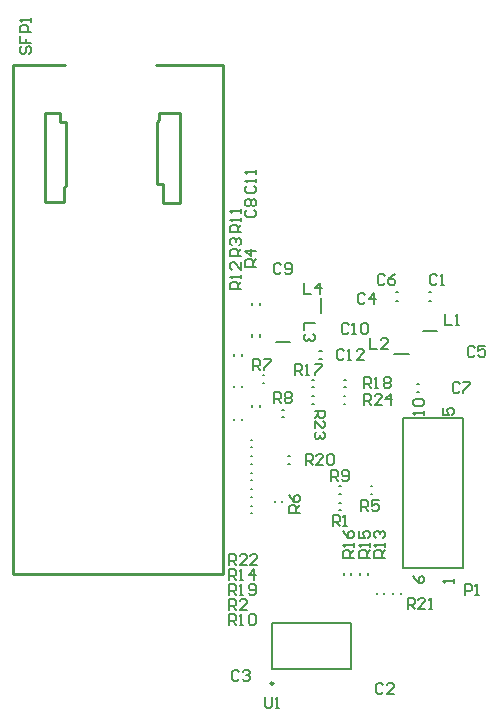
<source format=gto>
G04 Layer_Color=65535*
%FSAX25Y25*%
%MOIN*%
G70*
G01*
G75*
%ADD50C,0.00984*%
%ADD51C,0.00787*%
%ADD52C,0.01000*%
D50*
X0400937Y0168157D02*
G03*
X0400937Y0168157I-0000492J0000000D01*
G01*
D51*
X0400445Y0172980D02*
X0426823D01*
X0400445Y0188335D02*
X0426823D01*
X0400445Y0172980D02*
Y0188335D01*
X0426823Y0172980D02*
Y0188335D01*
X0424437Y0263937D02*
X0424831D01*
X0424437Y0261378D02*
X0424831D01*
X0413937D02*
X0414331D01*
X0413937Y0263937D02*
X0414331D01*
X0393437Y0249437D02*
X0393831D01*
X0393437Y0246878D02*
X0393831D01*
X0440854Y0197961D02*
Y0198354D01*
X0443413Y0197961D02*
Y0198354D01*
X0405937Y0241378D02*
X0406331D01*
X0405937Y0243937D02*
X0406331D01*
X0393437Y0235878D02*
X0393831D01*
X0393437Y0238437D02*
X0393831D01*
X0424583Y0266878D02*
X0424976D01*
X0424583Y0269437D02*
X0424976D01*
X0413937D02*
X0414331D01*
X0413937Y0266878D02*
X0414331D01*
X0426913Y0204461D02*
Y0204854D01*
X0424354Y0204461D02*
Y0204854D01*
X0432413Y0204461D02*
Y0204854D01*
X0429854Y0204461D02*
Y0204854D01*
X0393437Y0241378D02*
X0393831D01*
X0393437Y0243937D02*
X0393831D01*
X0437913Y0197961D02*
Y0198354D01*
X0435354Y0197961D02*
Y0198354D01*
X0387854Y0255961D02*
Y0256354D01*
X0390413Y0255961D02*
Y0256354D01*
Y0277461D02*
Y0277854D01*
X0387854Y0277461D02*
Y0277854D01*
X0393437Y0227437D02*
X0393831D01*
X0393437Y0224878D02*
X0393831D01*
X0422937Y0233937D02*
X0423331D01*
X0422937Y0231378D02*
X0423331D01*
X0403937Y0256878D02*
X0404331D01*
X0403937Y0259437D02*
X0404331D01*
X0397291Y0268378D02*
X0397685D01*
X0397291Y0270937D02*
X0397685D01*
X0401354Y0228606D02*
Y0229000D01*
X0403913Y0228606D02*
Y0229000D01*
X0433437Y0231378D02*
X0433831D01*
X0433437Y0233937D02*
X0433831D01*
X0393854Y0260461D02*
Y0260854D01*
X0396413Y0260461D02*
Y0260854D01*
X0390413Y0266961D02*
Y0267354D01*
X0387854Y0266961D02*
Y0267354D01*
X0393437Y0230378D02*
X0393831D01*
X0393437Y0232937D02*
X0393831D01*
X0422937Y0225878D02*
X0423331D01*
X0422937Y0228437D02*
X0423331D01*
X0444134Y0206657D02*
X0464134D01*
Y0256657D01*
X0444134D02*
X0464134D01*
X0444134Y0206657D02*
Y0256657D01*
X0416634Y0291795D02*
Y0296520D01*
X0401772Y0282157D02*
X0406496D01*
X0441272Y0278157D02*
X0445996D01*
X0450772Y0285657D02*
X0455496D01*
X0416240Y0276279D02*
X0417028D01*
X0416240Y0279035D02*
X0417028D01*
X0396468Y0294264D02*
Y0295051D01*
X0393713Y0294264D02*
Y0295051D01*
X0393713Y0283764D02*
Y0284551D01*
X0396468Y0283764D02*
Y0284551D01*
X0448740Y0265280D02*
X0449528D01*
X0448740Y0268035D02*
X0449528D01*
X0441740Y0298535D02*
X0442527D01*
X0441740Y0295779D02*
X0442527D01*
X0452740Y0295779D02*
X0453527D01*
X0452740Y0298535D02*
X0453527D01*
X0398134Y0163700D02*
Y0160748D01*
X0398724Y0160157D01*
X0399905D01*
X0400495Y0160748D01*
Y0163700D01*
X0401676Y0160157D02*
X0402857D01*
X0402266D01*
Y0163700D01*
X0401676Y0163109D01*
X0317182Y0380519D02*
X0316592Y0379928D01*
Y0378748D01*
X0317182Y0378157D01*
X0317772D01*
X0318363Y0378748D01*
Y0379928D01*
X0318953Y0380519D01*
X0319544D01*
X0320134Y0379928D01*
Y0378748D01*
X0319544Y0378157D01*
X0316592Y0384061D02*
Y0381700D01*
X0318363D01*
Y0382880D01*
Y0381700D01*
X0320134D01*
Y0385242D02*
X0316592D01*
Y0387013D01*
X0317182Y0387603D01*
X0318363D01*
X0318953Y0387013D01*
Y0385242D01*
X0320134Y0388784D02*
Y0389965D01*
Y0389374D01*
X0316592D01*
X0317182Y0388784D01*
X0431134Y0261157D02*
Y0264700D01*
X0432905D01*
X0433495Y0264109D01*
Y0262929D01*
X0432905Y0262338D01*
X0431134D01*
X0432315D02*
X0433495Y0261157D01*
X0437037D02*
X0434676D01*
X0437037Y0263519D01*
Y0264109D01*
X0436447Y0264700D01*
X0435266D01*
X0434676Y0264109D01*
X0439989Y0261157D02*
Y0264700D01*
X0438218Y0262929D01*
X0440580D01*
X0414634Y0259157D02*
X0418176D01*
Y0257386D01*
X0417586Y0256796D01*
X0416405D01*
X0415815Y0257386D01*
Y0259157D01*
Y0257977D02*
X0414634Y0256796D01*
Y0253254D02*
Y0255615D01*
X0416995Y0253254D01*
X0417586D01*
X0418176Y0253844D01*
Y0255025D01*
X0417586Y0255615D01*
Y0252073D02*
X0418176Y0251483D01*
Y0250302D01*
X0417586Y0249712D01*
X0416995D01*
X0416405Y0250302D01*
Y0250892D01*
Y0250302D01*
X0415815Y0249712D01*
X0415224D01*
X0414634Y0250302D01*
Y0251483D01*
X0415224Y0252073D01*
X0386134Y0207657D02*
Y0211200D01*
X0387905D01*
X0388495Y0210609D01*
Y0209429D01*
X0387905Y0208838D01*
X0386134D01*
X0387315D02*
X0388495Y0207657D01*
X0392037D02*
X0389676D01*
X0392037Y0210019D01*
Y0210609D01*
X0391447Y0211200D01*
X0390266D01*
X0389676Y0210609D01*
X0395580Y0207657D02*
X0393218D01*
X0395580Y0210019D01*
Y0210609D01*
X0394989Y0211200D01*
X0393809D01*
X0393218Y0210609D01*
X0445634Y0193157D02*
Y0196700D01*
X0447405D01*
X0447995Y0196109D01*
Y0194929D01*
X0447405Y0194338D01*
X0445634D01*
X0446815D02*
X0447995Y0193157D01*
X0451537D02*
X0449176D01*
X0451537Y0195519D01*
Y0196109D01*
X0450947Y0196700D01*
X0449766D01*
X0449176Y0196109D01*
X0452718Y0193157D02*
X0453899D01*
X0453308D01*
Y0196700D01*
X0452718Y0196109D01*
X0411634Y0241157D02*
Y0244700D01*
X0413405D01*
X0413995Y0244109D01*
Y0242929D01*
X0413405Y0242338D01*
X0411634D01*
X0412815D02*
X0413995Y0241157D01*
X0417537D02*
X0415176D01*
X0417537Y0243519D01*
Y0244109D01*
X0416947Y0244700D01*
X0415766D01*
X0415176Y0244109D01*
X0418718D02*
X0419309Y0244700D01*
X0420489D01*
X0421080Y0244109D01*
Y0241748D01*
X0420489Y0241157D01*
X0419309D01*
X0418718Y0241748D01*
Y0244109D01*
X0386134Y0197657D02*
Y0201200D01*
X0387905D01*
X0388495Y0200609D01*
Y0199428D01*
X0387905Y0198838D01*
X0386134D01*
X0387315D02*
X0388495Y0197657D01*
X0389676D02*
X0390857D01*
X0390266D01*
Y0201200D01*
X0389676Y0200609D01*
X0392628Y0198248D02*
X0393218Y0197657D01*
X0394399D01*
X0394989Y0198248D01*
Y0200609D01*
X0394399Y0201200D01*
X0393218D01*
X0392628Y0200609D01*
Y0200019D01*
X0393218Y0199428D01*
X0394989D01*
X0431134Y0266657D02*
Y0270200D01*
X0432905D01*
X0433495Y0269609D01*
Y0268428D01*
X0432905Y0267838D01*
X0431134D01*
X0432315D02*
X0433495Y0266657D01*
X0434676D02*
X0435857D01*
X0435266D01*
Y0270200D01*
X0434676Y0269609D01*
X0437628D02*
X0438218Y0270200D01*
X0439399D01*
X0439989Y0269609D01*
Y0269019D01*
X0439399Y0268428D01*
X0439989Y0267838D01*
Y0267248D01*
X0439399Y0266657D01*
X0438218D01*
X0437628Y0267248D01*
Y0267838D01*
X0438218Y0268428D01*
X0437628Y0269019D01*
Y0269609D01*
X0438218Y0268428D02*
X0439399D01*
X0408134Y0271157D02*
Y0274700D01*
X0409905D01*
X0410495Y0274109D01*
Y0272929D01*
X0409905Y0272338D01*
X0408134D01*
X0409315D02*
X0410495Y0271157D01*
X0411676D02*
X0412857D01*
X0412266D01*
Y0274700D01*
X0411676Y0274109D01*
X0414628Y0274700D02*
X0416989D01*
Y0274109D01*
X0414628Y0271748D01*
Y0271157D01*
X0427634Y0210157D02*
X0424092D01*
Y0211929D01*
X0424682Y0212519D01*
X0425863D01*
X0426453Y0211929D01*
Y0210157D01*
Y0211338D02*
X0427634Y0212519D01*
Y0213700D02*
Y0214880D01*
Y0214290D01*
X0424092D01*
X0424682Y0213700D01*
X0424092Y0219013D02*
X0424682Y0217832D01*
X0425863Y0216651D01*
X0427043D01*
X0427634Y0217242D01*
Y0218423D01*
X0427043Y0219013D01*
X0426453D01*
X0425863Y0218423D01*
Y0216651D01*
X0433134Y0210157D02*
X0429592D01*
Y0211929D01*
X0430182Y0212519D01*
X0431363D01*
X0431953Y0211929D01*
Y0210157D01*
Y0211338D02*
X0433134Y0212519D01*
Y0213700D02*
Y0214880D01*
Y0214290D01*
X0429592D01*
X0430182Y0213700D01*
X0429592Y0219013D02*
Y0216651D01*
X0431363D01*
X0430772Y0217832D01*
Y0218423D01*
X0431363Y0219013D01*
X0432544D01*
X0433134Y0218423D01*
Y0217242D01*
X0432544Y0216651D01*
X0386134Y0202657D02*
Y0206200D01*
X0387905D01*
X0388495Y0205609D01*
Y0204429D01*
X0387905Y0203838D01*
X0386134D01*
X0387315D02*
X0388495Y0202657D01*
X0389676D02*
X0390857D01*
X0390266D01*
Y0206200D01*
X0389676Y0205609D01*
X0394399Y0202657D02*
Y0206200D01*
X0392628Y0204429D01*
X0394989D01*
X0438134Y0210157D02*
X0434592D01*
Y0211929D01*
X0435182Y0212519D01*
X0436363D01*
X0436953Y0211929D01*
Y0210157D01*
Y0211338D02*
X0438134Y0212519D01*
Y0213700D02*
Y0214880D01*
Y0214290D01*
X0434592D01*
X0435182Y0213700D01*
Y0216651D02*
X0434592Y0217242D01*
Y0218423D01*
X0435182Y0219013D01*
X0435772D01*
X0436363Y0218423D01*
Y0217832D01*
Y0218423D01*
X0436953Y0219013D01*
X0437543D01*
X0438134Y0218423D01*
Y0217242D01*
X0437543Y0216651D01*
X0390134Y0299657D02*
X0386592D01*
Y0301429D01*
X0387182Y0302019D01*
X0388363D01*
X0388953Y0301429D01*
Y0299657D01*
Y0300838D02*
X0390134Y0302019D01*
Y0303200D02*
Y0304380D01*
Y0303790D01*
X0386592D01*
X0387182Y0303200D01*
X0390134Y0308513D02*
Y0306151D01*
X0387772Y0308513D01*
X0387182D01*
X0386592Y0307923D01*
Y0306742D01*
X0387182Y0306151D01*
X0390134Y0318657D02*
X0386592D01*
Y0320428D01*
X0387182Y0321019D01*
X0388363D01*
X0388953Y0320428D01*
Y0318657D01*
Y0319838D02*
X0390134Y0321019D01*
Y0322200D02*
Y0323380D01*
Y0322790D01*
X0386592D01*
X0387182Y0322200D01*
X0390134Y0325151D02*
Y0326332D01*
Y0325742D01*
X0386592D01*
X0387182Y0325151D01*
X0386134Y0187657D02*
Y0191200D01*
X0387905D01*
X0388495Y0190609D01*
Y0189428D01*
X0387905Y0188838D01*
X0386134D01*
X0387315D02*
X0388495Y0187657D01*
X0389676D02*
X0390857D01*
X0390266D01*
Y0191200D01*
X0389676Y0190609D01*
X0392628D02*
X0393218Y0191200D01*
X0394399D01*
X0394989Y0190609D01*
Y0188248D01*
X0394399Y0187657D01*
X0393218D01*
X0392628Y0188248D01*
Y0190609D01*
X0420134Y0235657D02*
Y0239200D01*
X0421905D01*
X0422495Y0238609D01*
Y0237428D01*
X0421905Y0236838D01*
X0420134D01*
X0421315D02*
X0422495Y0235657D01*
X0423676Y0236248D02*
X0424266Y0235657D01*
X0425447D01*
X0426037Y0236248D01*
Y0238609D01*
X0425447Y0239200D01*
X0424266D01*
X0423676Y0238609D01*
Y0238019D01*
X0424266Y0237428D01*
X0426037D01*
X0401134Y0261657D02*
Y0265200D01*
X0402905D01*
X0403495Y0264609D01*
Y0263428D01*
X0402905Y0262838D01*
X0401134D01*
X0402315D02*
X0403495Y0261657D01*
X0404676Y0264609D02*
X0405266Y0265200D01*
X0406447D01*
X0407037Y0264609D01*
Y0264019D01*
X0406447Y0263428D01*
X0407037Y0262838D01*
Y0262248D01*
X0406447Y0261657D01*
X0405266D01*
X0404676Y0262248D01*
Y0262838D01*
X0405266Y0263428D01*
X0404676Y0264019D01*
Y0264609D01*
X0405266Y0263428D02*
X0406447D01*
X0394134Y0272657D02*
Y0276200D01*
X0395905D01*
X0396495Y0275609D01*
Y0274429D01*
X0395905Y0273838D01*
X0394134D01*
X0395315D02*
X0396495Y0272657D01*
X0397676Y0276200D02*
X0400037D01*
Y0275609D01*
X0397676Y0273248D01*
Y0272657D01*
X0409634Y0225157D02*
X0406092D01*
Y0226928D01*
X0406682Y0227519D01*
X0407863D01*
X0408453Y0226928D01*
Y0225157D01*
Y0226338D02*
X0409634Y0227519D01*
X0406092Y0231061D02*
X0406682Y0229880D01*
X0407863Y0228700D01*
X0409044D01*
X0409634Y0229290D01*
Y0230471D01*
X0409044Y0231061D01*
X0408453D01*
X0407863Y0230471D01*
Y0228700D01*
X0430134Y0225657D02*
Y0229200D01*
X0431905D01*
X0432495Y0228609D01*
Y0227429D01*
X0431905Y0226838D01*
X0430134D01*
X0431315D02*
X0432495Y0225657D01*
X0436037Y0229200D02*
X0433676D01*
Y0227429D01*
X0434857Y0228019D01*
X0435447D01*
X0436037Y0227429D01*
Y0226248D01*
X0435447Y0225657D01*
X0434266D01*
X0433676Y0226248D01*
X0395134Y0307157D02*
X0391592D01*
Y0308928D01*
X0392182Y0309519D01*
X0393363D01*
X0393953Y0308928D01*
Y0307157D01*
Y0308338D02*
X0395134Y0309519D01*
Y0312471D02*
X0391592D01*
X0393363Y0310700D01*
Y0313061D01*
X0390134Y0310657D02*
X0386592D01*
Y0312428D01*
X0387182Y0313019D01*
X0388363D01*
X0388953Y0312428D01*
Y0310657D01*
Y0311838D02*
X0390134Y0313019D01*
X0387182Y0314200D02*
X0386592Y0314790D01*
Y0315971D01*
X0387182Y0316561D01*
X0387772D01*
X0388363Y0315971D01*
Y0315380D01*
Y0315971D01*
X0388953Y0316561D01*
X0389544D01*
X0390134Y0315971D01*
Y0314790D01*
X0389544Y0314200D01*
X0386134Y0192657D02*
Y0196200D01*
X0387905D01*
X0388495Y0195609D01*
Y0194429D01*
X0387905Y0193838D01*
X0386134D01*
X0387315D02*
X0388495Y0192657D01*
X0392037D02*
X0389676D01*
X0392037Y0195019D01*
Y0195609D01*
X0391447Y0196200D01*
X0390266D01*
X0389676Y0195609D01*
X0420634Y0220657D02*
Y0224200D01*
X0422405D01*
X0422995Y0223609D01*
Y0222428D01*
X0422405Y0221838D01*
X0420634D01*
X0421815D02*
X0422995Y0220657D01*
X0424176D02*
X0425357D01*
X0424766D01*
Y0224200D01*
X0424176Y0223609D01*
X0464634Y0197657D02*
Y0201200D01*
X0466405D01*
X0466995Y0200609D01*
Y0199428D01*
X0466405Y0198838D01*
X0464634D01*
X0468176Y0197657D02*
X0469357D01*
X0468766D01*
Y0201200D01*
X0468176Y0200609D01*
X0411134Y0301700D02*
Y0298157D01*
X0413495D01*
X0416447D02*
Y0301700D01*
X0414676Y0299928D01*
X0417037D01*
X0414626Y0288207D02*
X0411084D01*
Y0285846D01*
X0414036Y0284665D02*
X0414626Y0284075D01*
Y0282894D01*
X0414036Y0282304D01*
X0413445D01*
X0412855Y0282894D01*
Y0283485D01*
Y0282894D01*
X0412265Y0282304D01*
X0411674D01*
X0411084Y0282894D01*
Y0284075D01*
X0411674Y0284665D01*
X0433134Y0283200D02*
Y0279657D01*
X0435495D01*
X0439037D02*
X0436676D01*
X0439037Y0282019D01*
Y0282609D01*
X0438447Y0283200D01*
X0437266D01*
X0436676Y0282609D01*
X0458134Y0291200D02*
Y0287657D01*
X0460495D01*
X0461676D02*
X0462857D01*
X0462266D01*
Y0291200D01*
X0461676Y0290609D01*
X0424495Y0279109D02*
X0423905Y0279700D01*
X0422724D01*
X0422134Y0279109D01*
Y0276748D01*
X0422724Y0276157D01*
X0423905D01*
X0424495Y0276748D01*
X0425676Y0276157D02*
X0426857D01*
X0426266D01*
Y0279700D01*
X0425676Y0279109D01*
X0430989Y0276157D02*
X0428628D01*
X0430989Y0278519D01*
Y0279109D01*
X0430399Y0279700D01*
X0429218D01*
X0428628Y0279109D01*
X0392182Y0334019D02*
X0391592Y0333429D01*
Y0332248D01*
X0392182Y0331657D01*
X0394544D01*
X0395134Y0332248D01*
Y0333429D01*
X0394544Y0334019D01*
X0395134Y0335200D02*
Y0336380D01*
Y0335790D01*
X0391592D01*
X0392182Y0335200D01*
X0395134Y0338151D02*
Y0339332D01*
Y0338742D01*
X0391592D01*
X0392182Y0338151D01*
X0425995Y0287609D02*
X0425405Y0288200D01*
X0424224D01*
X0423634Y0287609D01*
Y0285248D01*
X0424224Y0284657D01*
X0425405D01*
X0425995Y0285248D01*
X0427176Y0284657D02*
X0428357D01*
X0427766D01*
Y0288200D01*
X0427176Y0287609D01*
X0430128D02*
X0430718Y0288200D01*
X0431899D01*
X0432489Y0287609D01*
Y0285248D01*
X0431899Y0284657D01*
X0430718D01*
X0430128Y0285248D01*
Y0287609D01*
X0403495Y0307609D02*
X0402905Y0308200D01*
X0401724D01*
X0401134Y0307609D01*
Y0305248D01*
X0401724Y0304657D01*
X0402905D01*
X0403495Y0305248D01*
X0404676D02*
X0405266Y0304657D01*
X0406447D01*
X0407037Y0305248D01*
Y0307609D01*
X0406447Y0308200D01*
X0405266D01*
X0404676Y0307609D01*
Y0307019D01*
X0405266Y0306429D01*
X0407037D01*
X0392182Y0326019D02*
X0391592Y0325429D01*
Y0324248D01*
X0392182Y0323657D01*
X0394544D01*
X0395134Y0324248D01*
Y0325429D01*
X0394544Y0326019D01*
X0392182Y0327200D02*
X0391592Y0327790D01*
Y0328971D01*
X0392182Y0329561D01*
X0392772D01*
X0393363Y0328971D01*
X0393953Y0329561D01*
X0394544D01*
X0395134Y0328971D01*
Y0327790D01*
X0394544Y0327200D01*
X0393953D01*
X0393363Y0327790D01*
X0392772Y0327200D01*
X0392182D01*
X0393363Y0327790D02*
Y0328971D01*
X0462995Y0268109D02*
X0462405Y0268700D01*
X0461224D01*
X0460634Y0268109D01*
Y0265748D01*
X0461224Y0265157D01*
X0462405D01*
X0462995Y0265748D01*
X0464176Y0268700D02*
X0466537D01*
Y0268109D01*
X0464176Y0265748D01*
Y0265157D01*
X0437995Y0304109D02*
X0437405Y0304700D01*
X0436224D01*
X0435634Y0304109D01*
Y0301748D01*
X0436224Y0301157D01*
X0437405D01*
X0437995Y0301748D01*
X0441537Y0304700D02*
X0440357Y0304109D01*
X0439176Y0302928D01*
Y0301748D01*
X0439766Y0301157D01*
X0440947D01*
X0441537Y0301748D01*
Y0302338D01*
X0440947Y0302928D01*
X0439176D01*
X0467995Y0280109D02*
X0467405Y0280700D01*
X0466224D01*
X0465634Y0280109D01*
Y0277748D01*
X0466224Y0277157D01*
X0467405D01*
X0467995Y0277748D01*
X0471537Y0280700D02*
X0469176D01*
Y0278928D01*
X0470357Y0279519D01*
X0470947D01*
X0471537Y0278928D01*
Y0277748D01*
X0470947Y0277157D01*
X0469766D01*
X0469176Y0277748D01*
X0431495Y0297609D02*
X0430905Y0298200D01*
X0429724D01*
X0429134Y0297609D01*
Y0295248D01*
X0429724Y0294657D01*
X0430905D01*
X0431495Y0295248D01*
X0434447Y0294657D02*
Y0298200D01*
X0432676Y0296428D01*
X0435037D01*
X0389495Y0172109D02*
X0388905Y0172700D01*
X0387724D01*
X0387134Y0172109D01*
Y0169748D01*
X0387724Y0169157D01*
X0388905D01*
X0389495Y0169748D01*
X0390676Y0172109D02*
X0391266Y0172700D01*
X0392447D01*
X0393037Y0172109D01*
Y0171519D01*
X0392447Y0170929D01*
X0391857D01*
X0392447D01*
X0393037Y0170338D01*
Y0169748D01*
X0392447Y0169157D01*
X0391266D01*
X0390676Y0169748D01*
X0437495Y0167609D02*
X0436905Y0168200D01*
X0435724D01*
X0435134Y0167609D01*
Y0165248D01*
X0435724Y0164657D01*
X0436905D01*
X0437495Y0165248D01*
X0441037Y0164657D02*
X0438676D01*
X0441037Y0167019D01*
Y0167609D01*
X0440447Y0168200D01*
X0439266D01*
X0438676Y0167609D01*
X0455495Y0304109D02*
X0454905Y0304700D01*
X0453724D01*
X0453134Y0304109D01*
Y0301748D01*
X0453724Y0301157D01*
X0454905D01*
X0455495Y0301748D01*
X0456676Y0301157D02*
X0457857D01*
X0457266D01*
Y0304700D01*
X0456676Y0304109D01*
X0447592Y0204019D02*
X0448182Y0202838D01*
X0449363Y0201657D01*
X0450543D01*
X0451134Y0202248D01*
Y0203429D01*
X0450543Y0204019D01*
X0449953D01*
X0449363Y0203429D01*
Y0201657D01*
X0451134Y0257657D02*
Y0258838D01*
Y0258248D01*
X0447592D01*
X0448182Y0257657D01*
Y0260609D02*
X0447592Y0261200D01*
Y0262380D01*
X0448182Y0262971D01*
X0450543D01*
X0451134Y0262380D01*
Y0261200D01*
X0450543Y0260609D01*
X0448182D01*
X0457592Y0260019D02*
Y0257657D01*
X0459363D01*
X0458772Y0258838D01*
Y0259429D01*
X0459363Y0260019D01*
X0460543D01*
X0461134Y0259429D01*
Y0258248D01*
X0460543Y0257657D01*
X0461134Y0201657D02*
Y0202838D01*
Y0202248D01*
X0457592D01*
X0458182Y0201657D01*
D52*
X0324646Y0358485D02*
X0329764D01*
X0324646Y0328662D02*
Y0358485D01*
X0361949Y0334666D02*
X0362047Y0355434D01*
X0361949Y0334666D02*
X0364213D01*
Y0328170D02*
Y0334666D01*
Y0328170D02*
X0369724D01*
Y0358288D01*
X0362638D02*
X0369724D01*
X0362638Y0356123D02*
Y0358288D01*
X0362047Y0355434D02*
X0362638Y0356123D01*
X0329764Y0355237D02*
Y0358485D01*
Y0355237D02*
X0331929D01*
Y0333879D02*
Y0355237D01*
X0331142Y0333780D02*
X0331929Y0333879D01*
X0331142Y0328662D02*
Y0333780D01*
X0324646Y0328662D02*
X0331142D01*
X0314234Y0204657D02*
Y0351257D01*
Y0204657D02*
X0384134D01*
X0314234Y0351257D02*
Y0374457D01*
X0384134Y0204657D02*
Y0374457D01*
X0361791D02*
X0384134D01*
X0314234D02*
X0331291D01*
M02*

</source>
